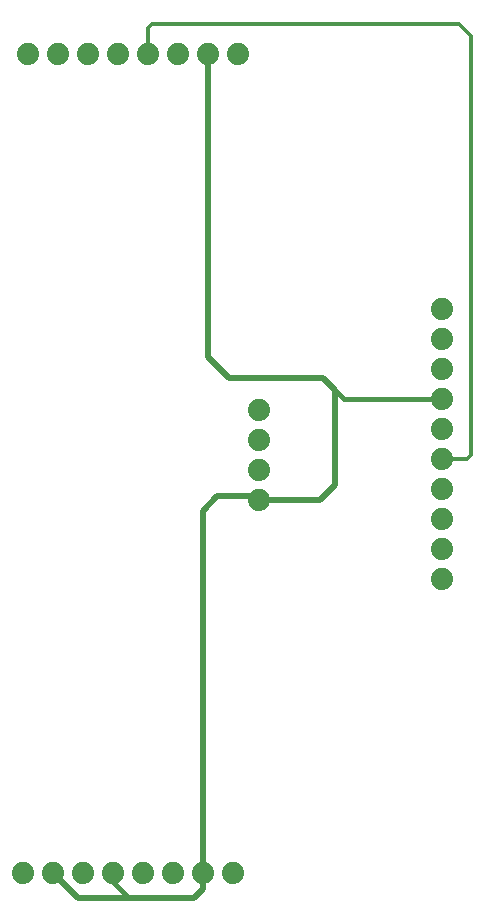
<source format=gbr>
G04 EAGLE Gerber RS-274X export*
G75*
%MOMM*%
%FSLAX34Y34*%
%LPD*%
%INTop Copper*%
%IPPOS*%
%AMOC8*
5,1,8,0,0,1.08239X$1,22.5*%
G01*
%ADD10C,1.879600*%
%ADD11C,0.508000*%
%ADD12C,0.406400*%
%ADD13C,0.304800*%


D10*
X469900Y794700D03*
X495300Y794700D03*
X520700Y794700D03*
X546100Y794700D03*
X571500Y794700D03*
X596900Y794700D03*
X622300Y794700D03*
X647700Y794700D03*
X820000Y350000D03*
X820000Y375400D03*
X820000Y400800D03*
X820000Y426200D03*
X820000Y451600D03*
X820000Y477000D03*
X820000Y502400D03*
X820000Y527800D03*
X820000Y553200D03*
X820000Y578600D03*
X665800Y493100D03*
X665800Y467700D03*
X665800Y442300D03*
X665800Y416900D03*
X465300Y101600D03*
X490700Y101600D03*
X516100Y101600D03*
X541500Y101600D03*
X566900Y101600D03*
X592300Y101600D03*
X617700Y101600D03*
X643100Y101600D03*
D11*
X665800Y416900D02*
X670000Y416900D01*
X617700Y407700D02*
X617700Y101600D01*
X617700Y407700D02*
X630000Y420000D01*
X666900Y420000D01*
X670000Y416900D01*
X490700Y101600D02*
X512300Y80000D01*
X555000Y80000D01*
X610000Y80000D01*
X617700Y87700D01*
X617700Y101600D01*
X730000Y430000D02*
X730000Y510000D01*
X730000Y430000D02*
X716900Y416900D01*
X665800Y416900D01*
X622300Y537700D02*
X622300Y794700D01*
X640000Y520000D02*
X720000Y520000D01*
X730000Y510000D01*
X640000Y520000D02*
X622300Y537700D01*
D12*
X541500Y101600D02*
X541500Y93500D01*
X555000Y80000D01*
X737500Y502500D02*
X730000Y510000D01*
X737500Y502500D02*
X737600Y502400D01*
X820000Y502400D01*
D13*
X820000Y451600D02*
X841600Y451600D01*
X845000Y455000D01*
X845000Y810000D01*
X835000Y820000D01*
X575000Y820000D01*
X571500Y816500D01*
X571500Y794700D01*
M02*

</source>
